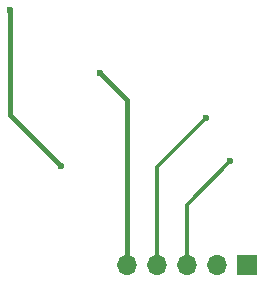
<source format=gbr>
G04 #@! TF.FileFunction,Copper,L2,Bot,Signal*
%FSLAX46Y46*%
G04 Gerber Fmt 4.6, Leading zero omitted, Abs format (unit mm)*
G04 Created by KiCad (PCBNEW 4.0.7) date Thu May 24 21:41:31 2018*
%MOMM*%
%LPD*%
G01*
G04 APERTURE LIST*
%ADD10C,0.100000*%
%ADD11R,1.700000X1.700000*%
%ADD12O,1.700000X1.700000*%
%ADD13C,0.600000*%
%ADD14C,0.400000*%
%ADD15C,0.300000*%
G04 APERTURE END LIST*
D10*
D11*
X153416000Y-131826000D03*
D12*
X150876000Y-131826000D03*
X148336000Y-131826000D03*
X145796000Y-131826000D03*
X143256000Y-131826000D03*
D13*
X133350000Y-110236000D03*
X137668000Y-123444000D03*
X152019000Y-123027440D03*
X149956520Y-119334280D03*
X140970000Y-115570000D03*
D14*
X133350000Y-119126000D02*
X133350000Y-110236000D01*
X137668000Y-123444000D02*
X133350000Y-119126000D01*
D15*
X148336000Y-131826000D02*
X148336000Y-126710440D01*
X148336000Y-126710440D02*
X152019000Y-123027440D01*
X145796000Y-131826000D02*
X145796000Y-123494800D01*
X145796000Y-123494800D02*
X149956520Y-119334280D01*
D14*
X143256000Y-117856000D02*
X143256000Y-131826000D01*
X140970000Y-115570000D02*
X143256000Y-117856000D01*
M02*

</source>
